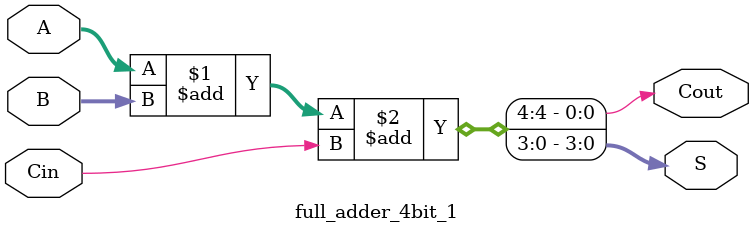
<source format=v>
module full_adder_4bit_1 (A, B, Cin, S, Cout);
input [3:0] A, B;
input Cin;
output [3:0] S;
output Cout;

assign {Cout, S} = A + B + Cin;
endmodule
</source>
